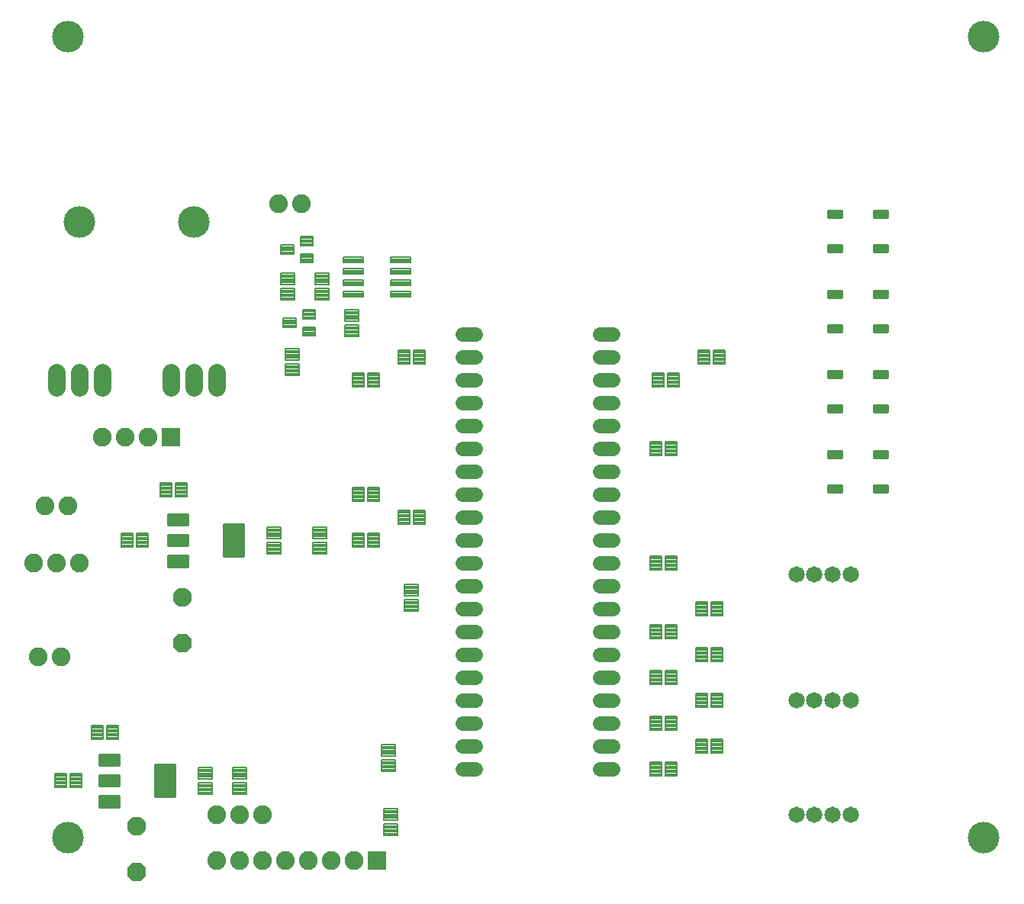
<source format=gts>
G75*
G70*
%OFA0B0*%
%FSLAX24Y24*%
%IPPOS*%
%LPD*%
%AMOC8*
5,1,8,0,0,1.08239X$1,22.5*
%
%ADD10C,0.0640*%
%ADD11C,0.0084*%
%ADD12C,0.0085*%
%ADD13C,0.0083*%
%ADD14C,0.0830*%
%ADD15OC8,0.0830*%
%ADD16C,0.0714*%
%ADD17C,0.0084*%
%ADD18C,0.0820*%
%ADD19R,0.0820X0.0820*%
%ADD20C,0.0760*%
%ADD21C,0.1380*%
%ADD22C,0.0080*%
%ADD23C,0.0081*%
D10*
X020204Y005893D02*
X020764Y005893D01*
X020764Y006893D02*
X020204Y006893D01*
X020204Y007893D02*
X020764Y007893D01*
X020764Y008893D02*
X020204Y008893D01*
X020204Y009893D02*
X020764Y009893D01*
X020764Y010893D02*
X020204Y010893D01*
X020204Y011893D02*
X020764Y011893D01*
X020764Y012893D02*
X020204Y012893D01*
X020204Y013893D02*
X020764Y013893D01*
X020764Y014893D02*
X020204Y014893D01*
X020204Y015893D02*
X020764Y015893D01*
X020764Y016893D02*
X020204Y016893D01*
X020204Y017893D02*
X020764Y017893D01*
X020764Y018893D02*
X020204Y018893D01*
X020204Y019893D02*
X020764Y019893D01*
X020764Y020893D02*
X020204Y020893D01*
X020204Y021893D02*
X020764Y021893D01*
X020764Y022893D02*
X020204Y022893D01*
X020204Y023893D02*
X020764Y023893D01*
X020764Y024893D02*
X020204Y024893D01*
X026204Y024893D02*
X026764Y024893D01*
X026764Y023893D02*
X026204Y023893D01*
X026204Y022893D02*
X026764Y022893D01*
X026764Y021893D02*
X026204Y021893D01*
X026204Y020893D02*
X026764Y020893D01*
X026764Y019893D02*
X026204Y019893D01*
X026204Y018893D02*
X026764Y018893D01*
X026764Y017893D02*
X026204Y017893D01*
X026204Y016893D02*
X026764Y016893D01*
X026764Y015893D02*
X026204Y015893D01*
X026204Y014893D02*
X026764Y014893D01*
X026764Y013893D02*
X026204Y013893D01*
X026204Y012893D02*
X026764Y012893D01*
X026764Y011893D02*
X026204Y011893D01*
X026204Y010893D02*
X026764Y010893D01*
X026764Y009893D02*
X026204Y009893D01*
X026204Y008893D02*
X026764Y008893D01*
X026764Y007893D02*
X026204Y007893D01*
X026204Y006893D02*
X026764Y006893D01*
X026764Y005893D02*
X026204Y005893D01*
D11*
X007326Y014745D02*
X007326Y015221D01*
X008202Y015221D01*
X008202Y014745D01*
X007326Y014745D01*
X007326Y014828D02*
X008202Y014828D01*
X008202Y014911D02*
X007326Y014911D01*
X007326Y014994D02*
X008202Y014994D01*
X008202Y015077D02*
X007326Y015077D01*
X007326Y015160D02*
X008202Y015160D01*
X007326Y015655D02*
X007326Y016131D01*
X008202Y016131D01*
X008202Y015655D01*
X007326Y015655D01*
X007326Y015738D02*
X008202Y015738D01*
X008202Y015821D02*
X007326Y015821D01*
X007326Y015904D02*
X008202Y015904D01*
X008202Y015987D02*
X007326Y015987D01*
X007326Y016070D02*
X008202Y016070D01*
X007326Y016565D02*
X007326Y017041D01*
X008202Y017041D01*
X008202Y016565D01*
X007326Y016565D01*
X007326Y016648D02*
X008202Y016648D01*
X008202Y016731D02*
X007326Y016731D01*
X007326Y016814D02*
X008202Y016814D01*
X008202Y016897D02*
X007326Y016897D01*
X007326Y016980D02*
X008202Y016980D01*
X004326Y006541D02*
X004326Y006065D01*
X004326Y006541D02*
X005202Y006541D01*
X005202Y006065D01*
X004326Y006065D01*
X004326Y006148D02*
X005202Y006148D01*
X005202Y006231D02*
X004326Y006231D01*
X004326Y006314D02*
X005202Y006314D01*
X005202Y006397D02*
X004326Y006397D01*
X004326Y006480D02*
X005202Y006480D01*
X004326Y005631D02*
X004326Y005155D01*
X004326Y005631D02*
X005202Y005631D01*
X005202Y005155D01*
X004326Y005155D01*
X004326Y005238D02*
X005202Y005238D01*
X005202Y005321D02*
X004326Y005321D01*
X004326Y005404D02*
X005202Y005404D01*
X005202Y005487D02*
X004326Y005487D01*
X004326Y005570D02*
X005202Y005570D01*
X004326Y004721D02*
X004326Y004245D01*
X004326Y004721D02*
X005202Y004721D01*
X005202Y004245D01*
X004326Y004245D01*
X004326Y004328D02*
X005202Y004328D01*
X005202Y004411D02*
X004326Y004411D01*
X004326Y004494D02*
X005202Y004494D01*
X005202Y004577D02*
X004326Y004577D01*
X004326Y004660D02*
X005202Y004660D01*
D12*
X006773Y004687D02*
X006773Y006099D01*
X007635Y006099D01*
X007635Y004687D01*
X006773Y004687D01*
X006773Y004771D02*
X007635Y004771D01*
X007635Y004855D02*
X006773Y004855D01*
X006773Y004939D02*
X007635Y004939D01*
X007635Y005023D02*
X006773Y005023D01*
X006773Y005107D02*
X007635Y005107D01*
X007635Y005191D02*
X006773Y005191D01*
X006773Y005275D02*
X007635Y005275D01*
X007635Y005359D02*
X006773Y005359D01*
X006773Y005443D02*
X007635Y005443D01*
X007635Y005527D02*
X006773Y005527D01*
X006773Y005611D02*
X007635Y005611D01*
X007635Y005695D02*
X006773Y005695D01*
X006773Y005779D02*
X007635Y005779D01*
X007635Y005863D02*
X006773Y005863D01*
X006773Y005947D02*
X007635Y005947D01*
X007635Y006031D02*
X006773Y006031D01*
X009773Y015187D02*
X009773Y016599D01*
X010635Y016599D01*
X010635Y015187D01*
X009773Y015187D01*
X009773Y015271D02*
X010635Y015271D01*
X010635Y015355D02*
X009773Y015355D01*
X009773Y015439D02*
X010635Y015439D01*
X010635Y015523D02*
X009773Y015523D01*
X009773Y015607D02*
X010635Y015607D01*
X010635Y015691D02*
X009773Y015691D01*
X009773Y015775D02*
X010635Y015775D01*
X010635Y015859D02*
X009773Y015859D01*
X009773Y015943D02*
X010635Y015943D01*
X010635Y016027D02*
X009773Y016027D01*
X009773Y016111D02*
X010635Y016111D01*
X010635Y016195D02*
X009773Y016195D01*
X009773Y016279D02*
X010635Y016279D01*
X010635Y016363D02*
X009773Y016363D01*
X009773Y016447D02*
X010635Y016447D01*
X010635Y016531D02*
X009773Y016531D01*
D13*
X011690Y016483D02*
X011690Y015973D01*
X011690Y016483D02*
X012278Y016483D01*
X012278Y015973D01*
X011690Y015973D01*
X011690Y016055D02*
X012278Y016055D01*
X012278Y016137D02*
X011690Y016137D01*
X011690Y016219D02*
X012278Y016219D01*
X012278Y016301D02*
X011690Y016301D01*
X011690Y016383D02*
X012278Y016383D01*
X012278Y016465D02*
X011690Y016465D01*
X011690Y015813D02*
X011690Y015303D01*
X011690Y015813D02*
X012278Y015813D01*
X012278Y015303D01*
X011690Y015303D01*
X011690Y015385D02*
X012278Y015385D01*
X012278Y015467D02*
X011690Y015467D01*
X011690Y015549D02*
X012278Y015549D01*
X012278Y015631D02*
X011690Y015631D01*
X011690Y015713D02*
X012278Y015713D01*
X012278Y015795D02*
X011690Y015795D01*
X013690Y015813D02*
X013690Y015303D01*
X013690Y015813D02*
X014278Y015813D01*
X014278Y015303D01*
X013690Y015303D01*
X013690Y015385D02*
X014278Y015385D01*
X014278Y015467D02*
X013690Y015467D01*
X013690Y015549D02*
X014278Y015549D01*
X014278Y015631D02*
X013690Y015631D01*
X013690Y015713D02*
X014278Y015713D01*
X014278Y015795D02*
X013690Y015795D01*
X013690Y015973D02*
X013690Y016483D01*
X014278Y016483D01*
X014278Y015973D01*
X013690Y015973D01*
X013690Y016055D02*
X014278Y016055D01*
X014278Y016137D02*
X013690Y016137D01*
X013690Y016219D02*
X014278Y016219D01*
X014278Y016301D02*
X013690Y016301D01*
X013690Y016383D02*
X014278Y016383D01*
X014278Y016465D02*
X013690Y016465D01*
X015394Y016187D02*
X015904Y016187D01*
X015904Y015599D01*
X015394Y015599D01*
X015394Y016187D01*
X015394Y015681D02*
X015904Y015681D01*
X015904Y015763D02*
X015394Y015763D01*
X015394Y015845D02*
X015904Y015845D01*
X015904Y015927D02*
X015394Y015927D01*
X015394Y016009D02*
X015904Y016009D01*
X015904Y016091D02*
X015394Y016091D01*
X015394Y016173D02*
X015904Y016173D01*
X016063Y016187D02*
X016573Y016187D01*
X016573Y015599D01*
X016063Y015599D01*
X016063Y016187D01*
X016063Y015681D02*
X016573Y015681D01*
X016573Y015763D02*
X016063Y015763D01*
X016063Y015845D02*
X016573Y015845D01*
X016573Y015927D02*
X016063Y015927D01*
X016063Y016009D02*
X016573Y016009D01*
X016573Y016091D02*
X016063Y016091D01*
X016063Y016173D02*
X016573Y016173D01*
X017394Y016599D02*
X017904Y016599D01*
X017394Y016599D02*
X017394Y017187D01*
X017904Y017187D01*
X017904Y016599D01*
X017904Y016681D02*
X017394Y016681D01*
X017394Y016763D02*
X017904Y016763D01*
X017904Y016845D02*
X017394Y016845D01*
X017394Y016927D02*
X017904Y016927D01*
X017904Y017009D02*
X017394Y017009D01*
X017394Y017091D02*
X017904Y017091D01*
X017904Y017173D02*
X017394Y017173D01*
X018063Y016599D02*
X018573Y016599D01*
X018063Y016599D02*
X018063Y017187D01*
X018573Y017187D01*
X018573Y016599D01*
X018573Y016681D02*
X018063Y016681D01*
X018063Y016763D02*
X018573Y016763D01*
X018573Y016845D02*
X018063Y016845D01*
X018063Y016927D02*
X018573Y016927D01*
X018573Y017009D02*
X018063Y017009D01*
X018063Y017091D02*
X018573Y017091D01*
X018573Y017173D02*
X018063Y017173D01*
X016573Y017599D02*
X016063Y017599D01*
X016063Y018187D01*
X016573Y018187D01*
X016573Y017599D01*
X016573Y017681D02*
X016063Y017681D01*
X016063Y017763D02*
X016573Y017763D01*
X016573Y017845D02*
X016063Y017845D01*
X016063Y017927D02*
X016573Y017927D01*
X016573Y018009D02*
X016063Y018009D01*
X016063Y018091D02*
X016573Y018091D01*
X016573Y018173D02*
X016063Y018173D01*
X015904Y017599D02*
X015394Y017599D01*
X015394Y018187D01*
X015904Y018187D01*
X015904Y017599D01*
X015904Y017681D02*
X015394Y017681D01*
X015394Y017763D02*
X015904Y017763D01*
X015904Y017845D02*
X015394Y017845D01*
X015394Y017927D02*
X015904Y017927D01*
X015904Y018009D02*
X015394Y018009D01*
X015394Y018091D02*
X015904Y018091D01*
X015904Y018173D02*
X015394Y018173D01*
X017690Y013983D02*
X017690Y013473D01*
X017690Y013983D02*
X018278Y013983D01*
X018278Y013473D01*
X017690Y013473D01*
X017690Y013555D02*
X018278Y013555D01*
X018278Y013637D02*
X017690Y013637D01*
X017690Y013719D02*
X018278Y013719D01*
X018278Y013801D02*
X017690Y013801D01*
X017690Y013883D02*
X018278Y013883D01*
X018278Y013965D02*
X017690Y013965D01*
X017690Y013313D02*
X017690Y012803D01*
X017690Y013313D02*
X018278Y013313D01*
X018278Y012803D01*
X017690Y012803D01*
X017690Y012885D02*
X018278Y012885D01*
X018278Y012967D02*
X017690Y012967D01*
X017690Y013049D02*
X018278Y013049D01*
X018278Y013131D02*
X017690Y013131D01*
X017690Y013213D02*
X018278Y013213D01*
X018278Y013295D02*
X017690Y013295D01*
X017278Y006983D02*
X017278Y006473D01*
X016690Y006473D01*
X016690Y006983D01*
X017278Y006983D01*
X017278Y006555D02*
X016690Y006555D01*
X016690Y006637D02*
X017278Y006637D01*
X017278Y006719D02*
X016690Y006719D01*
X016690Y006801D02*
X017278Y006801D01*
X017278Y006883D02*
X016690Y006883D01*
X016690Y006965D02*
X017278Y006965D01*
X017278Y006313D02*
X017278Y005803D01*
X016690Y005803D01*
X016690Y006313D01*
X017278Y006313D01*
X017278Y005885D02*
X016690Y005885D01*
X016690Y005967D02*
X017278Y005967D01*
X017278Y006049D02*
X016690Y006049D01*
X016690Y006131D02*
X017278Y006131D01*
X017278Y006213D02*
X016690Y006213D01*
X016690Y006295D02*
X017278Y006295D01*
X016790Y004183D02*
X016790Y003673D01*
X016790Y004183D02*
X017378Y004183D01*
X017378Y003673D01*
X016790Y003673D01*
X016790Y003755D02*
X017378Y003755D01*
X017378Y003837D02*
X016790Y003837D01*
X016790Y003919D02*
X017378Y003919D01*
X017378Y004001D02*
X016790Y004001D01*
X016790Y004083D02*
X017378Y004083D01*
X017378Y004165D02*
X016790Y004165D01*
X016790Y003513D02*
X016790Y003003D01*
X016790Y003513D02*
X017378Y003513D01*
X017378Y003003D01*
X016790Y003003D01*
X016790Y003085D02*
X017378Y003085D01*
X017378Y003167D02*
X016790Y003167D01*
X016790Y003249D02*
X017378Y003249D01*
X017378Y003331D02*
X016790Y003331D01*
X016790Y003413D02*
X017378Y003413D01*
X017378Y003495D02*
X016790Y003495D01*
X010190Y004803D02*
X010190Y005313D01*
X010778Y005313D01*
X010778Y004803D01*
X010190Y004803D01*
X010190Y004885D02*
X010778Y004885D01*
X010778Y004967D02*
X010190Y004967D01*
X010190Y005049D02*
X010778Y005049D01*
X010778Y005131D02*
X010190Y005131D01*
X010190Y005213D02*
X010778Y005213D01*
X010778Y005295D02*
X010190Y005295D01*
X010190Y005473D02*
X010190Y005983D01*
X010778Y005983D01*
X010778Y005473D01*
X010190Y005473D01*
X010190Y005555D02*
X010778Y005555D01*
X010778Y005637D02*
X010190Y005637D01*
X010190Y005719D02*
X010778Y005719D01*
X010778Y005801D02*
X010190Y005801D01*
X010190Y005883D02*
X010778Y005883D01*
X010778Y005965D02*
X010190Y005965D01*
X008690Y005983D02*
X008690Y005473D01*
X008690Y005983D02*
X009278Y005983D01*
X009278Y005473D01*
X008690Y005473D01*
X008690Y005555D02*
X009278Y005555D01*
X009278Y005637D02*
X008690Y005637D01*
X008690Y005719D02*
X009278Y005719D01*
X009278Y005801D02*
X008690Y005801D01*
X008690Y005883D02*
X009278Y005883D01*
X009278Y005965D02*
X008690Y005965D01*
X008690Y005313D02*
X008690Y004803D01*
X008690Y005313D02*
X009278Y005313D01*
X009278Y004803D01*
X008690Y004803D01*
X008690Y004885D02*
X009278Y004885D01*
X009278Y004967D02*
X008690Y004967D01*
X008690Y005049D02*
X009278Y005049D01*
X009278Y005131D02*
X008690Y005131D01*
X008690Y005213D02*
X009278Y005213D01*
X009278Y005295D02*
X008690Y005295D01*
X005173Y007199D02*
X004663Y007199D01*
X004663Y007787D01*
X005173Y007787D01*
X005173Y007199D01*
X005173Y007281D02*
X004663Y007281D01*
X004663Y007363D02*
X005173Y007363D01*
X005173Y007445D02*
X004663Y007445D01*
X004663Y007527D02*
X005173Y007527D01*
X005173Y007609D02*
X004663Y007609D01*
X004663Y007691D02*
X005173Y007691D01*
X005173Y007773D02*
X004663Y007773D01*
X004504Y007199D02*
X003994Y007199D01*
X003994Y007787D01*
X004504Y007787D01*
X004504Y007199D01*
X004504Y007281D02*
X003994Y007281D01*
X003994Y007363D02*
X004504Y007363D01*
X004504Y007445D02*
X003994Y007445D01*
X003994Y007527D02*
X004504Y007527D01*
X004504Y007609D02*
X003994Y007609D01*
X003994Y007691D02*
X004504Y007691D01*
X004504Y007773D02*
X003994Y007773D01*
X003573Y005687D02*
X003063Y005687D01*
X003573Y005687D02*
X003573Y005099D01*
X003063Y005099D01*
X003063Y005687D01*
X003063Y005181D02*
X003573Y005181D01*
X003573Y005263D02*
X003063Y005263D01*
X003063Y005345D02*
X003573Y005345D01*
X003573Y005427D02*
X003063Y005427D01*
X003063Y005509D02*
X003573Y005509D01*
X003573Y005591D02*
X003063Y005591D01*
X003063Y005673D02*
X003573Y005673D01*
X002904Y005687D02*
X002394Y005687D01*
X002904Y005687D02*
X002904Y005099D01*
X002394Y005099D01*
X002394Y005687D01*
X002394Y005181D02*
X002904Y005181D01*
X002904Y005263D02*
X002394Y005263D01*
X002394Y005345D02*
X002904Y005345D01*
X002904Y005427D02*
X002394Y005427D01*
X002394Y005509D02*
X002904Y005509D01*
X002904Y005591D02*
X002394Y005591D01*
X002394Y005673D02*
X002904Y005673D01*
X005294Y016187D02*
X005804Y016187D01*
X005804Y015599D01*
X005294Y015599D01*
X005294Y016187D01*
X005294Y015681D02*
X005804Y015681D01*
X005804Y015763D02*
X005294Y015763D01*
X005294Y015845D02*
X005804Y015845D01*
X005804Y015927D02*
X005294Y015927D01*
X005294Y016009D02*
X005804Y016009D01*
X005804Y016091D02*
X005294Y016091D01*
X005294Y016173D02*
X005804Y016173D01*
X005963Y016187D02*
X006473Y016187D01*
X006473Y015599D01*
X005963Y015599D01*
X005963Y016187D01*
X005963Y015681D02*
X006473Y015681D01*
X006473Y015763D02*
X005963Y015763D01*
X005963Y015845D02*
X006473Y015845D01*
X006473Y015927D02*
X005963Y015927D01*
X005963Y016009D02*
X006473Y016009D01*
X006473Y016091D02*
X005963Y016091D01*
X005963Y016173D02*
X006473Y016173D01*
X006994Y018387D02*
X007504Y018387D01*
X007504Y017799D01*
X006994Y017799D01*
X006994Y018387D01*
X006994Y017881D02*
X007504Y017881D01*
X007504Y017963D02*
X006994Y017963D01*
X006994Y018045D02*
X007504Y018045D01*
X007504Y018127D02*
X006994Y018127D01*
X006994Y018209D02*
X007504Y018209D01*
X007504Y018291D02*
X006994Y018291D01*
X006994Y018373D02*
X007504Y018373D01*
X007663Y018387D02*
X008173Y018387D01*
X008173Y017799D01*
X007663Y017799D01*
X007663Y018387D01*
X007663Y017881D02*
X008173Y017881D01*
X008173Y017963D02*
X007663Y017963D01*
X007663Y018045D02*
X008173Y018045D01*
X008173Y018127D02*
X007663Y018127D01*
X007663Y018209D02*
X008173Y018209D01*
X008173Y018291D02*
X007663Y018291D01*
X007663Y018373D02*
X008173Y018373D01*
X012490Y023103D02*
X012490Y023613D01*
X013078Y023613D01*
X013078Y023103D01*
X012490Y023103D01*
X012490Y023185D02*
X013078Y023185D01*
X013078Y023267D02*
X012490Y023267D01*
X012490Y023349D02*
X013078Y023349D01*
X013078Y023431D02*
X012490Y023431D01*
X012490Y023513D02*
X013078Y023513D01*
X013078Y023595D02*
X012490Y023595D01*
X012490Y023773D02*
X012490Y024283D01*
X013078Y024283D01*
X013078Y023773D01*
X012490Y023773D01*
X012490Y023855D02*
X013078Y023855D01*
X013078Y023937D02*
X012490Y023937D01*
X012490Y024019D02*
X013078Y024019D01*
X013078Y024101D02*
X012490Y024101D01*
X012490Y024183D02*
X013078Y024183D01*
X013078Y024265D02*
X012490Y024265D01*
X012290Y026403D02*
X012290Y026913D01*
X012878Y026913D01*
X012878Y026403D01*
X012290Y026403D01*
X012290Y026485D02*
X012878Y026485D01*
X012878Y026567D02*
X012290Y026567D01*
X012290Y026649D02*
X012878Y026649D01*
X012878Y026731D02*
X012290Y026731D01*
X012290Y026813D02*
X012878Y026813D01*
X012878Y026895D02*
X012290Y026895D01*
X012290Y027073D02*
X012290Y027583D01*
X012878Y027583D01*
X012878Y027073D01*
X012290Y027073D01*
X012290Y027155D02*
X012878Y027155D01*
X012878Y027237D02*
X012290Y027237D01*
X012290Y027319D02*
X012878Y027319D01*
X012878Y027401D02*
X012290Y027401D01*
X012290Y027483D02*
X012878Y027483D01*
X012878Y027565D02*
X012290Y027565D01*
X014378Y027583D02*
X014378Y027073D01*
X013790Y027073D01*
X013790Y027583D01*
X014378Y027583D01*
X014378Y027155D02*
X013790Y027155D01*
X013790Y027237D02*
X014378Y027237D01*
X014378Y027319D02*
X013790Y027319D01*
X013790Y027401D02*
X014378Y027401D01*
X014378Y027483D02*
X013790Y027483D01*
X013790Y027565D02*
X014378Y027565D01*
X014378Y026913D02*
X014378Y026403D01*
X013790Y026403D01*
X013790Y026913D01*
X014378Y026913D01*
X014378Y026485D02*
X013790Y026485D01*
X013790Y026567D02*
X014378Y026567D01*
X014378Y026649D02*
X013790Y026649D01*
X013790Y026731D02*
X014378Y026731D01*
X014378Y026813D02*
X013790Y026813D01*
X013790Y026895D02*
X014378Y026895D01*
X015090Y025983D02*
X015090Y025473D01*
X015090Y025983D02*
X015678Y025983D01*
X015678Y025473D01*
X015090Y025473D01*
X015090Y025555D02*
X015678Y025555D01*
X015678Y025637D02*
X015090Y025637D01*
X015090Y025719D02*
X015678Y025719D01*
X015678Y025801D02*
X015090Y025801D01*
X015090Y025883D02*
X015678Y025883D01*
X015678Y025965D02*
X015090Y025965D01*
X015090Y025313D02*
X015090Y024803D01*
X015090Y025313D02*
X015678Y025313D01*
X015678Y024803D01*
X015090Y024803D01*
X015090Y024885D02*
X015678Y024885D01*
X015678Y024967D02*
X015090Y024967D01*
X015090Y025049D02*
X015678Y025049D01*
X015678Y025131D02*
X015090Y025131D01*
X015090Y025213D02*
X015678Y025213D01*
X015678Y025295D02*
X015090Y025295D01*
X015394Y022599D02*
X015904Y022599D01*
X015394Y022599D02*
X015394Y023187D01*
X015904Y023187D01*
X015904Y022599D01*
X015904Y022681D02*
X015394Y022681D01*
X015394Y022763D02*
X015904Y022763D01*
X015904Y022845D02*
X015394Y022845D01*
X015394Y022927D02*
X015904Y022927D01*
X015904Y023009D02*
X015394Y023009D01*
X015394Y023091D02*
X015904Y023091D01*
X015904Y023173D02*
X015394Y023173D01*
X016063Y022599D02*
X016573Y022599D01*
X016063Y022599D02*
X016063Y023187D01*
X016573Y023187D01*
X016573Y022599D01*
X016573Y022681D02*
X016063Y022681D01*
X016063Y022763D02*
X016573Y022763D01*
X016573Y022845D02*
X016063Y022845D01*
X016063Y022927D02*
X016573Y022927D01*
X016573Y023009D02*
X016063Y023009D01*
X016063Y023091D02*
X016573Y023091D01*
X016573Y023173D02*
X016063Y023173D01*
X017394Y023599D02*
X017904Y023599D01*
X017394Y023599D02*
X017394Y024187D01*
X017904Y024187D01*
X017904Y023599D01*
X017904Y023681D02*
X017394Y023681D01*
X017394Y023763D02*
X017904Y023763D01*
X017904Y023845D02*
X017394Y023845D01*
X017394Y023927D02*
X017904Y023927D01*
X017904Y024009D02*
X017394Y024009D01*
X017394Y024091D02*
X017904Y024091D01*
X017904Y024173D02*
X017394Y024173D01*
X018063Y023599D02*
X018573Y023599D01*
X018063Y023599D02*
X018063Y024187D01*
X018573Y024187D01*
X018573Y023599D01*
X018573Y023681D02*
X018063Y023681D01*
X018063Y023763D02*
X018573Y023763D01*
X018573Y023845D02*
X018063Y023845D01*
X018063Y023927D02*
X018573Y023927D01*
X018573Y024009D02*
X018063Y024009D01*
X018063Y024091D02*
X018573Y024091D01*
X018573Y024173D02*
X018063Y024173D01*
X028494Y022599D02*
X029004Y022599D01*
X028494Y022599D02*
X028494Y023187D01*
X029004Y023187D01*
X029004Y022599D01*
X029004Y022681D02*
X028494Y022681D01*
X028494Y022763D02*
X029004Y022763D01*
X029004Y022845D02*
X028494Y022845D01*
X028494Y022927D02*
X029004Y022927D01*
X029004Y023009D02*
X028494Y023009D01*
X028494Y023091D02*
X029004Y023091D01*
X029004Y023173D02*
X028494Y023173D01*
X029163Y022599D02*
X029673Y022599D01*
X029163Y022599D02*
X029163Y023187D01*
X029673Y023187D01*
X029673Y022599D01*
X029673Y022681D02*
X029163Y022681D01*
X029163Y022763D02*
X029673Y022763D01*
X029673Y022845D02*
X029163Y022845D01*
X029163Y022927D02*
X029673Y022927D01*
X029673Y023009D02*
X029163Y023009D01*
X029163Y023091D02*
X029673Y023091D01*
X029673Y023173D02*
X029163Y023173D01*
X030494Y023599D02*
X031004Y023599D01*
X030494Y023599D02*
X030494Y024187D01*
X031004Y024187D01*
X031004Y023599D01*
X031004Y023681D02*
X030494Y023681D01*
X030494Y023763D02*
X031004Y023763D01*
X031004Y023845D02*
X030494Y023845D01*
X030494Y023927D02*
X031004Y023927D01*
X031004Y024009D02*
X030494Y024009D01*
X030494Y024091D02*
X031004Y024091D01*
X031004Y024173D02*
X030494Y024173D01*
X031163Y023599D02*
X031673Y023599D01*
X031163Y023599D02*
X031163Y024187D01*
X031673Y024187D01*
X031673Y023599D01*
X031673Y023681D02*
X031163Y023681D01*
X031163Y023763D02*
X031673Y023763D01*
X031673Y023845D02*
X031163Y023845D01*
X031163Y023927D02*
X031673Y023927D01*
X031673Y024009D02*
X031163Y024009D01*
X031163Y024091D02*
X031673Y024091D01*
X031673Y024173D02*
X031163Y024173D01*
X029573Y019599D02*
X029063Y019599D01*
X029063Y020187D01*
X029573Y020187D01*
X029573Y019599D01*
X029573Y019681D02*
X029063Y019681D01*
X029063Y019763D02*
X029573Y019763D01*
X029573Y019845D02*
X029063Y019845D01*
X029063Y019927D02*
X029573Y019927D01*
X029573Y020009D02*
X029063Y020009D01*
X029063Y020091D02*
X029573Y020091D01*
X029573Y020173D02*
X029063Y020173D01*
X028904Y019599D02*
X028394Y019599D01*
X028394Y020187D01*
X028904Y020187D01*
X028904Y019599D01*
X028904Y019681D02*
X028394Y019681D01*
X028394Y019763D02*
X028904Y019763D01*
X028904Y019845D02*
X028394Y019845D01*
X028394Y019927D02*
X028904Y019927D01*
X028904Y020009D02*
X028394Y020009D01*
X028394Y020091D02*
X028904Y020091D01*
X028904Y020173D02*
X028394Y020173D01*
X028394Y014599D02*
X028904Y014599D01*
X028394Y014599D02*
X028394Y015187D01*
X028904Y015187D01*
X028904Y014599D01*
X028904Y014681D02*
X028394Y014681D01*
X028394Y014763D02*
X028904Y014763D01*
X028904Y014845D02*
X028394Y014845D01*
X028394Y014927D02*
X028904Y014927D01*
X028904Y015009D02*
X028394Y015009D01*
X028394Y015091D02*
X028904Y015091D01*
X028904Y015173D02*
X028394Y015173D01*
X029063Y014599D02*
X029573Y014599D01*
X029063Y014599D02*
X029063Y015187D01*
X029573Y015187D01*
X029573Y014599D01*
X029573Y014681D02*
X029063Y014681D01*
X029063Y014763D02*
X029573Y014763D01*
X029573Y014845D02*
X029063Y014845D01*
X029063Y014927D02*
X029573Y014927D01*
X029573Y015009D02*
X029063Y015009D01*
X029063Y015091D02*
X029573Y015091D01*
X029573Y015173D02*
X029063Y015173D01*
X030394Y012599D02*
X030904Y012599D01*
X030394Y012599D02*
X030394Y013187D01*
X030904Y013187D01*
X030904Y012599D01*
X030904Y012681D02*
X030394Y012681D01*
X030394Y012763D02*
X030904Y012763D01*
X030904Y012845D02*
X030394Y012845D01*
X030394Y012927D02*
X030904Y012927D01*
X030904Y013009D02*
X030394Y013009D01*
X030394Y013091D02*
X030904Y013091D01*
X030904Y013173D02*
X030394Y013173D01*
X031063Y012599D02*
X031573Y012599D01*
X031063Y012599D02*
X031063Y013187D01*
X031573Y013187D01*
X031573Y012599D01*
X031573Y012681D02*
X031063Y012681D01*
X031063Y012763D02*
X031573Y012763D01*
X031573Y012845D02*
X031063Y012845D01*
X031063Y012927D02*
X031573Y012927D01*
X031573Y013009D02*
X031063Y013009D01*
X031063Y013091D02*
X031573Y013091D01*
X031573Y013173D02*
X031063Y013173D01*
X029573Y011599D02*
X029063Y011599D01*
X029063Y012187D01*
X029573Y012187D01*
X029573Y011599D01*
X029573Y011681D02*
X029063Y011681D01*
X029063Y011763D02*
X029573Y011763D01*
X029573Y011845D02*
X029063Y011845D01*
X029063Y011927D02*
X029573Y011927D01*
X029573Y012009D02*
X029063Y012009D01*
X029063Y012091D02*
X029573Y012091D01*
X029573Y012173D02*
X029063Y012173D01*
X028904Y011599D02*
X028394Y011599D01*
X028394Y012187D01*
X028904Y012187D01*
X028904Y011599D01*
X028904Y011681D02*
X028394Y011681D01*
X028394Y011763D02*
X028904Y011763D01*
X028904Y011845D02*
X028394Y011845D01*
X028394Y011927D02*
X028904Y011927D01*
X028904Y012009D02*
X028394Y012009D01*
X028394Y012091D02*
X028904Y012091D01*
X028904Y012173D02*
X028394Y012173D01*
X030394Y010599D02*
X030904Y010599D01*
X030394Y010599D02*
X030394Y011187D01*
X030904Y011187D01*
X030904Y010599D01*
X030904Y010681D02*
X030394Y010681D01*
X030394Y010763D02*
X030904Y010763D01*
X030904Y010845D02*
X030394Y010845D01*
X030394Y010927D02*
X030904Y010927D01*
X030904Y011009D02*
X030394Y011009D01*
X030394Y011091D02*
X030904Y011091D01*
X030904Y011173D02*
X030394Y011173D01*
X031063Y010599D02*
X031573Y010599D01*
X031063Y010599D02*
X031063Y011187D01*
X031573Y011187D01*
X031573Y010599D01*
X031573Y010681D02*
X031063Y010681D01*
X031063Y010763D02*
X031573Y010763D01*
X031573Y010845D02*
X031063Y010845D01*
X031063Y010927D02*
X031573Y010927D01*
X031573Y011009D02*
X031063Y011009D01*
X031063Y011091D02*
X031573Y011091D01*
X031573Y011173D02*
X031063Y011173D01*
X029573Y009599D02*
X029063Y009599D01*
X029063Y010187D01*
X029573Y010187D01*
X029573Y009599D01*
X029573Y009681D02*
X029063Y009681D01*
X029063Y009763D02*
X029573Y009763D01*
X029573Y009845D02*
X029063Y009845D01*
X029063Y009927D02*
X029573Y009927D01*
X029573Y010009D02*
X029063Y010009D01*
X029063Y010091D02*
X029573Y010091D01*
X029573Y010173D02*
X029063Y010173D01*
X028904Y009599D02*
X028394Y009599D01*
X028394Y010187D01*
X028904Y010187D01*
X028904Y009599D01*
X028904Y009681D02*
X028394Y009681D01*
X028394Y009763D02*
X028904Y009763D01*
X028904Y009845D02*
X028394Y009845D01*
X028394Y009927D02*
X028904Y009927D01*
X028904Y010009D02*
X028394Y010009D01*
X028394Y010091D02*
X028904Y010091D01*
X028904Y010173D02*
X028394Y010173D01*
X030394Y008599D02*
X030904Y008599D01*
X030394Y008599D02*
X030394Y009187D01*
X030904Y009187D01*
X030904Y008599D01*
X030904Y008681D02*
X030394Y008681D01*
X030394Y008763D02*
X030904Y008763D01*
X030904Y008845D02*
X030394Y008845D01*
X030394Y008927D02*
X030904Y008927D01*
X030904Y009009D02*
X030394Y009009D01*
X030394Y009091D02*
X030904Y009091D01*
X030904Y009173D02*
X030394Y009173D01*
X031063Y008599D02*
X031573Y008599D01*
X031063Y008599D02*
X031063Y009187D01*
X031573Y009187D01*
X031573Y008599D01*
X031573Y008681D02*
X031063Y008681D01*
X031063Y008763D02*
X031573Y008763D01*
X031573Y008845D02*
X031063Y008845D01*
X031063Y008927D02*
X031573Y008927D01*
X031573Y009009D02*
X031063Y009009D01*
X031063Y009091D02*
X031573Y009091D01*
X031573Y009173D02*
X031063Y009173D01*
X029573Y007599D02*
X029063Y007599D01*
X029063Y008187D01*
X029573Y008187D01*
X029573Y007599D01*
X029573Y007681D02*
X029063Y007681D01*
X029063Y007763D02*
X029573Y007763D01*
X029573Y007845D02*
X029063Y007845D01*
X029063Y007927D02*
X029573Y007927D01*
X029573Y008009D02*
X029063Y008009D01*
X029063Y008091D02*
X029573Y008091D01*
X029573Y008173D02*
X029063Y008173D01*
X028904Y007599D02*
X028394Y007599D01*
X028394Y008187D01*
X028904Y008187D01*
X028904Y007599D01*
X028904Y007681D02*
X028394Y007681D01*
X028394Y007763D02*
X028904Y007763D01*
X028904Y007845D02*
X028394Y007845D01*
X028394Y007927D02*
X028904Y007927D01*
X028904Y008009D02*
X028394Y008009D01*
X028394Y008091D02*
X028904Y008091D01*
X028904Y008173D02*
X028394Y008173D01*
X030394Y006599D02*
X030904Y006599D01*
X030394Y006599D02*
X030394Y007187D01*
X030904Y007187D01*
X030904Y006599D01*
X030904Y006681D02*
X030394Y006681D01*
X030394Y006763D02*
X030904Y006763D01*
X030904Y006845D02*
X030394Y006845D01*
X030394Y006927D02*
X030904Y006927D01*
X030904Y007009D02*
X030394Y007009D01*
X030394Y007091D02*
X030904Y007091D01*
X030904Y007173D02*
X030394Y007173D01*
X031063Y006599D02*
X031573Y006599D01*
X031063Y006599D02*
X031063Y007187D01*
X031573Y007187D01*
X031573Y006599D01*
X031573Y006681D02*
X031063Y006681D01*
X031063Y006763D02*
X031573Y006763D01*
X031573Y006845D02*
X031063Y006845D01*
X031063Y006927D02*
X031573Y006927D01*
X031573Y007009D02*
X031063Y007009D01*
X031063Y007091D02*
X031573Y007091D01*
X031573Y007173D02*
X031063Y007173D01*
X029573Y005599D02*
X029063Y005599D01*
X029063Y006187D01*
X029573Y006187D01*
X029573Y005599D01*
X029573Y005681D02*
X029063Y005681D01*
X029063Y005763D02*
X029573Y005763D01*
X029573Y005845D02*
X029063Y005845D01*
X029063Y005927D02*
X029573Y005927D01*
X029573Y006009D02*
X029063Y006009D01*
X029063Y006091D02*
X029573Y006091D01*
X029573Y006173D02*
X029063Y006173D01*
X028904Y005599D02*
X028394Y005599D01*
X028394Y006187D01*
X028904Y006187D01*
X028904Y005599D01*
X028904Y005681D02*
X028394Y005681D01*
X028394Y005763D02*
X028904Y005763D01*
X028904Y005845D02*
X028394Y005845D01*
X028394Y005927D02*
X028904Y005927D01*
X028904Y006009D02*
X028394Y006009D01*
X028394Y006091D02*
X028904Y006091D01*
X028904Y006173D02*
X028394Y006173D01*
D14*
X007984Y013393D03*
X005984Y003393D03*
D15*
X005984Y001393D03*
X007984Y011393D03*
D16*
X034803Y008893D03*
X035590Y008893D03*
X036377Y008893D03*
X037165Y008893D03*
X037165Y003893D03*
X036377Y003893D03*
X035590Y003893D03*
X034803Y003893D03*
X034803Y014393D03*
X035590Y014393D03*
X036377Y014393D03*
X037165Y014393D03*
D17*
X036782Y017995D02*
X036782Y018291D01*
X036782Y017995D02*
X036186Y017995D01*
X036186Y018291D01*
X036782Y018291D01*
X036782Y018078D02*
X036186Y018078D01*
X036186Y018161D02*
X036782Y018161D01*
X036782Y018244D02*
X036186Y018244D01*
X036782Y019495D02*
X036782Y019791D01*
X036782Y019495D02*
X036186Y019495D01*
X036186Y019791D01*
X036782Y019791D01*
X036782Y019578D02*
X036186Y019578D01*
X036186Y019661D02*
X036782Y019661D01*
X036782Y019744D02*
X036186Y019744D01*
X036782Y021495D02*
X036782Y021791D01*
X036782Y021495D02*
X036186Y021495D01*
X036186Y021791D01*
X036782Y021791D01*
X036782Y021578D02*
X036186Y021578D01*
X036186Y021661D02*
X036782Y021661D01*
X036782Y021744D02*
X036186Y021744D01*
X036782Y022995D02*
X036782Y023291D01*
X036782Y022995D02*
X036186Y022995D01*
X036186Y023291D01*
X036782Y023291D01*
X036782Y023078D02*
X036186Y023078D01*
X036186Y023161D02*
X036782Y023161D01*
X036782Y023244D02*
X036186Y023244D01*
X036782Y024995D02*
X036782Y025291D01*
X036782Y024995D02*
X036186Y024995D01*
X036186Y025291D01*
X036782Y025291D01*
X036782Y025078D02*
X036186Y025078D01*
X036186Y025161D02*
X036782Y025161D01*
X036782Y025244D02*
X036186Y025244D01*
X036782Y026495D02*
X036782Y026791D01*
X036782Y026495D02*
X036186Y026495D01*
X036186Y026791D01*
X036782Y026791D01*
X036782Y026578D02*
X036186Y026578D01*
X036186Y026661D02*
X036782Y026661D01*
X036782Y026744D02*
X036186Y026744D01*
X036782Y028495D02*
X036782Y028791D01*
X036782Y028495D02*
X036186Y028495D01*
X036186Y028791D01*
X036782Y028791D01*
X036782Y028578D02*
X036186Y028578D01*
X036186Y028661D02*
X036782Y028661D01*
X036782Y028744D02*
X036186Y028744D01*
X036782Y029995D02*
X036782Y030291D01*
X036782Y029995D02*
X036186Y029995D01*
X036186Y030291D01*
X036782Y030291D01*
X036782Y030078D02*
X036186Y030078D01*
X036186Y030161D02*
X036782Y030161D01*
X036782Y030244D02*
X036186Y030244D01*
X038782Y030291D02*
X038782Y029995D01*
X038186Y029995D01*
X038186Y030291D01*
X038782Y030291D01*
X038782Y030078D02*
X038186Y030078D01*
X038186Y030161D02*
X038782Y030161D01*
X038782Y030244D02*
X038186Y030244D01*
X038782Y028791D02*
X038782Y028495D01*
X038186Y028495D01*
X038186Y028791D01*
X038782Y028791D01*
X038782Y028578D02*
X038186Y028578D01*
X038186Y028661D02*
X038782Y028661D01*
X038782Y028744D02*
X038186Y028744D01*
X038782Y026791D02*
X038782Y026495D01*
X038186Y026495D01*
X038186Y026791D01*
X038782Y026791D01*
X038782Y026578D02*
X038186Y026578D01*
X038186Y026661D02*
X038782Y026661D01*
X038782Y026744D02*
X038186Y026744D01*
X038782Y025291D02*
X038782Y024995D01*
X038186Y024995D01*
X038186Y025291D01*
X038782Y025291D01*
X038782Y025078D02*
X038186Y025078D01*
X038186Y025161D02*
X038782Y025161D01*
X038782Y025244D02*
X038186Y025244D01*
X038782Y023291D02*
X038782Y022995D01*
X038186Y022995D01*
X038186Y023291D01*
X038782Y023291D01*
X038782Y023078D02*
X038186Y023078D01*
X038186Y023161D02*
X038782Y023161D01*
X038782Y023244D02*
X038186Y023244D01*
X038782Y021791D02*
X038782Y021495D01*
X038186Y021495D01*
X038186Y021791D01*
X038782Y021791D01*
X038782Y021578D02*
X038186Y021578D01*
X038186Y021661D02*
X038782Y021661D01*
X038782Y021744D02*
X038186Y021744D01*
X038782Y019791D02*
X038782Y019495D01*
X038186Y019495D01*
X038186Y019791D01*
X038782Y019791D01*
X038782Y019578D02*
X038186Y019578D01*
X038186Y019661D02*
X038782Y019661D01*
X038782Y019744D02*
X038186Y019744D01*
X038782Y018291D02*
X038782Y017995D01*
X038186Y017995D01*
X038186Y018291D01*
X038782Y018291D01*
X038782Y018078D02*
X038186Y018078D01*
X038186Y018161D02*
X038782Y018161D01*
X038782Y018244D02*
X038186Y018244D01*
D18*
X015484Y001893D03*
X014484Y001893D03*
X013484Y001893D03*
X012484Y001893D03*
X011484Y001893D03*
X010484Y001893D03*
X009484Y001893D03*
X009484Y003893D03*
X010484Y003893D03*
X011484Y003893D03*
X002684Y010793D03*
X001684Y010793D03*
X001484Y014893D03*
X002484Y014893D03*
X003484Y014893D03*
X002984Y017393D03*
X001984Y017393D03*
X004484Y020393D03*
X005484Y020393D03*
X006484Y020393D03*
X012184Y030593D03*
X013184Y030593D03*
D19*
X007484Y020393D03*
X016484Y001893D03*
D20*
X009484Y022553D02*
X009484Y023233D01*
X008484Y023233D02*
X008484Y022553D01*
X007484Y022553D02*
X007484Y023233D01*
X004484Y023233D02*
X004484Y022553D01*
X003484Y022553D02*
X003484Y023233D01*
X002484Y023233D02*
X002484Y022553D01*
D21*
X002984Y002893D03*
X003484Y029793D03*
X008484Y029793D03*
X002984Y037893D03*
X042984Y037893D03*
X042984Y002893D03*
D22*
X017949Y026523D02*
X017949Y026763D01*
X017949Y026523D02*
X017079Y026523D01*
X017079Y026763D01*
X017949Y026763D01*
X017949Y026602D02*
X017079Y026602D01*
X017079Y026681D02*
X017949Y026681D01*
X017949Y026760D02*
X017079Y026760D01*
X017949Y027023D02*
X017949Y027263D01*
X017949Y027023D02*
X017079Y027023D01*
X017079Y027263D01*
X017949Y027263D01*
X017949Y027102D02*
X017079Y027102D01*
X017079Y027181D02*
X017949Y027181D01*
X017949Y027260D02*
X017079Y027260D01*
X017949Y027523D02*
X017949Y027763D01*
X017949Y027523D02*
X017079Y027523D01*
X017079Y027763D01*
X017949Y027763D01*
X017949Y027602D02*
X017079Y027602D01*
X017079Y027681D02*
X017949Y027681D01*
X017949Y027760D02*
X017079Y027760D01*
X017949Y028023D02*
X017949Y028263D01*
X017949Y028023D02*
X017079Y028023D01*
X017079Y028263D01*
X017949Y028263D01*
X017949Y028102D02*
X017079Y028102D01*
X017079Y028181D02*
X017949Y028181D01*
X017949Y028260D02*
X017079Y028260D01*
X015889Y028263D02*
X015889Y028023D01*
X015019Y028023D01*
X015019Y028263D01*
X015889Y028263D01*
X015889Y028102D02*
X015019Y028102D01*
X015019Y028181D02*
X015889Y028181D01*
X015889Y028260D02*
X015019Y028260D01*
X015889Y027763D02*
X015889Y027523D01*
X015019Y027523D01*
X015019Y027763D01*
X015889Y027763D01*
X015889Y027602D02*
X015019Y027602D01*
X015019Y027681D02*
X015889Y027681D01*
X015889Y027760D02*
X015019Y027760D01*
X015889Y027263D02*
X015889Y027023D01*
X015019Y027023D01*
X015019Y027263D01*
X015889Y027263D01*
X015889Y027102D02*
X015019Y027102D01*
X015019Y027181D02*
X015889Y027181D01*
X015889Y027260D02*
X015019Y027260D01*
X015889Y026763D02*
X015889Y026523D01*
X015019Y026523D01*
X015019Y026763D01*
X015889Y026763D01*
X015889Y026602D02*
X015019Y026602D01*
X015019Y026681D02*
X015889Y026681D01*
X015889Y026760D02*
X015019Y026760D01*
D23*
X013792Y025964D02*
X013792Y025570D01*
X013242Y025570D01*
X013242Y025964D01*
X013792Y025964D01*
X013792Y025650D02*
X013242Y025650D01*
X013242Y025730D02*
X013792Y025730D01*
X013792Y025810D02*
X013242Y025810D01*
X013242Y025890D02*
X013792Y025890D01*
X013792Y025216D02*
X013792Y024822D01*
X013242Y024822D01*
X013242Y025216D01*
X013792Y025216D01*
X013792Y024902D02*
X013242Y024902D01*
X013242Y024982D02*
X013792Y024982D01*
X013792Y025062D02*
X013242Y025062D01*
X013242Y025142D02*
X013792Y025142D01*
X012926Y025196D02*
X012926Y025590D01*
X012926Y025196D02*
X012376Y025196D01*
X012376Y025590D01*
X012926Y025590D01*
X012926Y025276D02*
X012376Y025276D01*
X012376Y025356D02*
X012926Y025356D01*
X012926Y025436D02*
X012376Y025436D01*
X012376Y025516D02*
X012926Y025516D01*
X013692Y028022D02*
X013692Y028416D01*
X013692Y028022D02*
X013142Y028022D01*
X013142Y028416D01*
X013692Y028416D01*
X013692Y028102D02*
X013142Y028102D01*
X013142Y028182D02*
X013692Y028182D01*
X013692Y028262D02*
X013142Y028262D01*
X013142Y028342D02*
X013692Y028342D01*
X013692Y028770D02*
X013692Y029164D01*
X013692Y028770D02*
X013142Y028770D01*
X013142Y029164D01*
X013692Y029164D01*
X013692Y028850D02*
X013142Y028850D01*
X013142Y028930D02*
X013692Y028930D01*
X013692Y029010D02*
X013142Y029010D01*
X013142Y029090D02*
X013692Y029090D01*
X012826Y028790D02*
X012826Y028396D01*
X012276Y028396D01*
X012276Y028790D01*
X012826Y028790D01*
X012826Y028476D02*
X012276Y028476D01*
X012276Y028556D02*
X012826Y028556D01*
X012826Y028636D02*
X012276Y028636D01*
X012276Y028716D02*
X012826Y028716D01*
M02*

</source>
